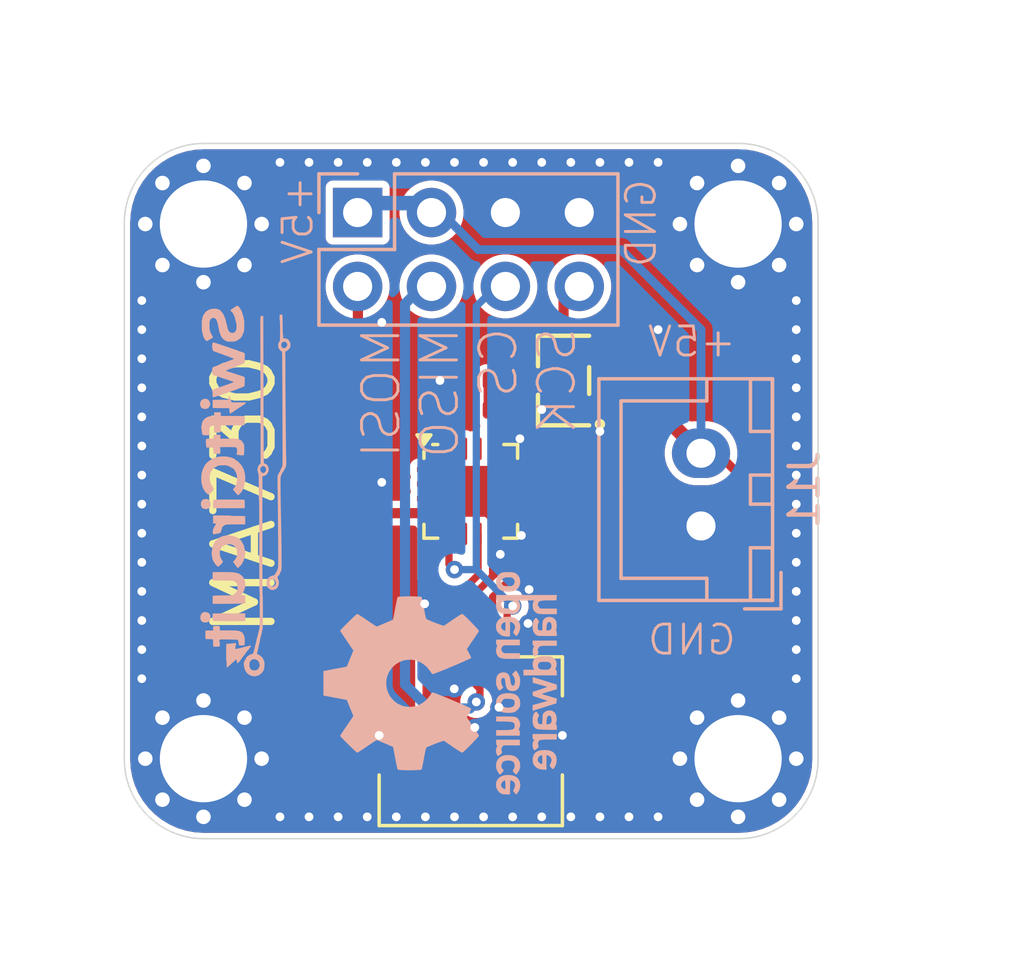
<source format=kicad_pcb>
(kicad_pcb (version 20241229) (generator "pcbnew") (generator_version "9.0")
  (layers (0 "F.Cu" signal) (4 "In1.Cu" signal) (6 "In2.Cu" signal) (2 "B.Cu" signal) (13 "F.Paste" user) (15 "B.Paste" user) (5 "F.SilkS" user "F.Silkscreen") (7 "B.SilkS" user "B.Silkscreen") (1 "F.Mask" user) (3 "B.Mask" user) (25 "Edge.Cuts" user))
  (net 0 "")
  (net 1 "GND")
  (net 2 "+5V")
  (net 3 "+3V3")
  (net 4 "MISO")
  (net 5 "SCK")
  (net 6 "MOSI")
  (net 7 "MAG_CS")
  (footprint "Connector_FFC-FPC:Hirose_FH12-6S-0.5SH_1x06-1MP_P0.50mm_Horizontal" (layer "F.Cu") (at 122.56 78.55)
    (property "Reference" "J6" (hide yes))
    (property "Value" "Conn_ENCODER_1")
    (pad "1" smd rect (at -1.25 -1.85) (size 0.3 1.3) (layers "F.Cu" "F.Mask" "F.Paste") (net 2 "+5V"))
    (pad "2" smd rect (at -0.75 -1.85) (size 0.3 1.3) (layers "F.Cu" "F.Mask" "F.Paste") (net 6 "MOSI"))
    (pad "3" smd rect (at -0.25 -1.85) (size 0.3 1.3) (layers "F.Cu" "F.Mask" "F.Paste") (net 4 "MISO"))
    (pad "4" smd rect (at 0.25 -1.85) (size 0.3 1.3) (layers "F.Cu" "F.Mask" "F.Paste") (net 1 "GND"))
    (pad "5" smd rect (at 0.75 -1.85) (size 0.3 1.3) (layers "F.Cu" "F.Mask" "F.Paste") (net 5 "SCK"))
    (pad "6" smd rect (at 1.25 -1.85) (size 0.3 1.3) (layers "F.Cu" "F.Mask" "F.Paste") (net 7 "MAG_CS"))
    (pad "MP" smd rect (at -3.15 1.4) (size 1.8 2.2) (layers "F.Cu" "F.Mask" "F.Paste") (net 1 "GND"))
    (pad "MP" smd rect (at 3.15 1.4) (size 1.8 2.2) (layers "F.Cu" "F.Mask" "F.Paste") (net 1 "GND"))
  )
  (footprint "PCM_JLCPCB:Hole, 3mm" (layer "F.Cu") (at 113.37 80.75)
    (property "Reference" "H4" (hide yes))
    (property "Value" "~" (hide yes))
    (pad "1" thru_hole circle (at -2 0 90) (size 0.6 0.6) (drill 0.5) (layers "*.Cu" "*.Mask") (net 1 "GND"))
    (pad "1" thru_hole circle (at -1.41 -1.41 135) (size 0.6 0.6) (drill 0.5) (layers "*.Cu" "*.Mask") (net 1 "GND"))
    (pad "1" thru_hole circle (at -1.41 1.41 225) (size 0.6 0.6) (drill 0.5) (layers "*.Cu" "*.Mask") (net 1 "GND"))
    (pad "1" thru_hole circle (at 0 -2 225) (size 0.6 0.6) (drill 0.5) (layers "*.Cu" "*.Mask") (net 1 "GND"))
    (pad "1" thru_hole circle (at 0 0 90) (size 5 5) (drill 3) (layers "*.Cu" "*.Mask") (net 1 "GND"))
    (pad "1" thru_hole circle (at 0 2 90) (size 0.6 0.6) (drill 0.5) (layers "*.Cu" "*.Mask") (net 1 "GND"))
    (pad "1" thru_hole circle (at 1.41 -1.41 180) (size 0.6 0.6) (drill 0.5) (layers "*.Cu" "*.Mask") (net 1 "GND"))
    (pad "1" thru_hole circle (at 1.41 1.41 90) (size 0.6 0.6) (drill 0.5) (layers "*.Cu" "*.Mask") (net 1 "GND"))
    (pad "1" thru_hole circle (at 2 0 90) (size 0.6 0.6) (drill 0.5) (layers "*.Cu" "*.Mask") (net 1 "GND"))
  )
  (footprint "PCM_JLCPCB:C_0402" (layer "F.Cu") (at 122.75 67.750002 180)
    (property "Reference" "C3" (hide yes))
    (property "Value" "1uF")
    (pad "1" smd roundrect (at -0.5 -0.000002 180) (size 0.56 0.62) (layers "F.Cu" "F.Mask" "F.Paste") (net 3 "+3V3"))
    (pad "2" smd roundrect (at 0.5 0.000002 180) (size 0.56 0.62) (layers "F.Cu" "F.Mask" "F.Paste") (net 1 "GND"))
  )
  (footprint "PCM_JLCPCB:SOT-23-3_L2.9-W1.6-P1.90-LS2.8-BR" (layer "F.Cu") (at 125.75 67.75)
    (property "Reference" "U2" (hide yes))
    (property "Value" "XC6206P332MR")
    (pad "1" smd roundrect (at 1.24 0.95) (size 1.07 0.6) (layers "F.Cu" "F.Mask" "F.Paste") (net 1 "GND"))
    (pad "2" smd roundrect (at 1.24 -0.95) (size 1.07 0.6) (layers "F.Cu" "F.Mask" "F.Paste") (net 2 "+5V"))
    (pad "3" smd roundrect (at -1.24 0) (size 1.07 0.6) (layers "F.Cu" "F.Mask" "F.Paste") (net 3 "+3V3"))
  )
  (footprint "Package_DFN_QFN:QFN-16-1EP_3x3mm_P0.5mm_EP1.75x1.75mm" (layer "F.Cu") (at 122.56 71.56)
    (property "Reference" "U1" (hide yes))
    (property "Value" "MA730")
    (pad "1" smd roundrect (at -1.4625 -0.75) (size 0.775 0.25) (layers "F.Cu" "F.Mask" "F.Paste"))
    (pad "2" smd roundrect (at -1.4625 -0.25) (size 0.775 0.25) (layers "F.Cu" "F.Mask" "F.Paste"))
    (pad "3" smd roundrect (at -1.4625 0.25) (size 0.775 0.25) (layers "F.Cu" "F.Mask" "F.Paste"))
    (pad "4" smd roundrect (at -1.4625 0.75) (size 0.775 0.25) (layers "F.Cu" "F.Mask" "F.Paste") (net 6 "MOSI"))
    (pad "5" smd roundrect (at -0.75 1.4625) (size 0.25 0.775) (layers "F.Cu" "F.Mask" "F.Paste") (net 7 "MAG_CS"))
    (pad "6" smd roundrect (at -0.25 1.4625) (size 0.25 0.775) (layers "F.Cu" "F.Mask" "F.Paste"))
    (pad "7" smd roundrect (at 0.25 1.4625) (size 0.25 0.775) (layers "F.Cu" "F.Mask" "F.Paste") (net 4 "MISO"))
    (pad "8" smd roundrect (at 0.75 1.4625) (size 0.25 0.775) (layers "F.Cu" "F.Mask" "F.Paste") (net 1 "GND"))
    (pad "9" smd roundrect (at 1.4625 0.75) (size 0.775 0.25) (layers "F.Cu" "F.Mask" "F.Paste"))
    (pad "10" smd roundrect (at 1.4625 0.25) (size 0.775 0.25) (layers "F.Cu" "F.Mask" "F.Paste") (net 1 "GND"))
    (pad "11" smd roundrect (at 1.4625 -0.25) (size 0.775 0.25) (layers "F.Cu" "F.Mask" "F.Paste"))
    (pad "12" smd roundrect (at 1.4625 -0.75) (size 0.775 0.25) (layers "F.Cu" "F.Mask" "F.Paste") (net 5 "SCK"))
    (pad "13" smd roundrect (at 0.75 -1.4625) (size 0.25 0.775) (layers "F.Cu" "F.Mask" "F.Paste") (net 3 "+3V3"))
    (pad "14" smd roundrect (at 0.25 -1.4625) (size 0.25 0.775) (layers "F.Cu" "F.Mask" "F.Paste"))
    (pad "15" smd roundrect (at -0.25 -1.4625) (size 0.25 0.775) (layers "F.Cu" "F.Mask" "F.Paste"))
    (pad "16" smd roundrect (at -0.75 -1.4625) (size 0.25 0.775) (layers "F.Cu" "F.Mask" "F.Paste"))
    (pad "17" smd rect (at 0 0) (size 1.75 1.75) (property pad_prop_heatsink) (layers "F.Cu" "F.Mask") (net 1 "GND"))
  )
  (footprint "PCM_JLCPCB:Hole, 3mm" (layer "F.Cu") (at 113.37 62.37)
    (property "Reference" "H3" (hide yes))
    (property "Value" "~" (hide yes))
    (pad "1" thru_hole circle (at -2 0 90) (size 0.6 0.6) (drill 0.5) (layers "*.Cu" "*.Mask") (net 1 "GND"))
    (pad "1" thru_hole circle (at -1.41 -1.41 135) (size 0.6 0.6) (drill 0.5) (layers "*.Cu" "*.Mask") (net 1 "GND"))
    (pad "1" thru_hole circle (at -1.41 1.41 225) (size 0.6 0.6) (drill 0.5) (layers "*.Cu" "*.Mask") (net 1 "GND"))
    (pad "1" thru_hole circle (at 0 -2 225) (size 0.6 0.6) (drill 0.5) (layers "*.Cu" "*.Mask") (net 1 "GND"))
    (pad "1" thru_hole circle (at 0 0 90) (size 5 5) (drill 3) (layers "*.Cu" "*.Mask") (net 1 "GND"))
    (pad "1" thru_hole circle (at 0 2 90) (size 0.6 0.6) (drill 0.5) (layers "*.Cu" "*.Mask") (net 1 "GND"))
    (pad "1" thru_hole circle (at 1.41 -1.41 180) (size 0.6 0.6) (drill 0.5) (layers "*.Cu" "*.Mask") (net 1 "GND"))
    (pad "1" thru_hole circle (at 1.41 1.41 90) (size 0.6 0.6) (drill 0.5) (layers "*.Cu" "*.Mask") (net 1 "GND"))
    (pad "1" thru_hole circle (at 2 0 90) (size 0.6 0.6) (drill 0.5) (layers "*.Cu" "*.Mask") (net 1 "GND"))
  )
  (footprint "PCM_JLCPCB:C_0402" (layer "F.Cu") (at 123.75 68.75)
    (property "Reference" "C1" (hide yes))
    (property "Value" "1uF")
    (pad "1" smd roundrect (at -0.5 0) (size 0.56 0.62) (layers "F.Cu" "F.Mask" "F.Paste") (net 3 "+3V3"))
    (pad "2" smd roundrect (at 0.5 0) (size 0.56 0.62) (layers "F.Cu" "F.Mask" "F.Paste") (net 1 "GND"))
  )
  (footprint "PCM_JLCPCB:C_0402" (layer "F.Cu") (at 128.5 66.75)
    (property "Reference" "C2" (hide yes))
    (property "Value" "1uF")
    (pad "1" smd roundrect (at -0.5 0) (size 0.56 0.62) (layers "F.Cu" "F.Mask" "F.Paste") (net 2 "+5V"))
    (pad "2" smd roundrect (at 0.5 0) (size 0.56 0.62) (layers "F.Cu" "F.Mask" "F.Paste") (net 1 "GND"))
  )
  (footprint "PCM_JLCPCB:Hole, 3mm" (layer "F.Cu") (at 131.75 80.75)
    (property "Reference" "H2" (hide yes))
    (property "Value" "~" (hide yes))
    (pad "1" thru_hole circle (at -2 0 90) (size 0.6 0.6) (drill 0.5) (layers "*.Cu" "*.Mask") (net 1 "GND"))
    (pad "1" thru_hole circle (at -1.41 -1.41 135) (size 0.6 0.6) (drill 0.5) (layers "*.Cu" "*.Mask") (net 1 "GND"))
    (pad "1" thru_hole circle (at -1.41 1.41 225) (size 0.6 0.6) (drill 0.5) (layers "*.Cu" "*.Mask") (net 1 "GND"))
    (pad "1" thru_hole circle (at 0 -2 225) (size 0.6 0.6) (drill 0.5) (layers "*.Cu" "*.Mask") (net 1 "GND"))
    (pad "1" thru_hole circle (at 0 0 90) (size 5 5) (drill 3) (layers "*.Cu" "*.Mask") (net 1 "GND"))
    (pad "1" thru_hole circle (at 0 2 90) (size 0.6 0.6) (drill 0.5) (layers "*.Cu" "*.Mask") (net 1 "GND"))
    (pad "1" thru_hole circle (at 1.41 -1.41 180) (size 0.6 0.6) (drill 0.5) (layers "*.Cu" "*.Mask") (net 1 "GND"))
    (pad "1" thru_hole circle (at 1.41 1.41 90) (size 0.6 0.6) (drill 0.5) (layers "*.Cu" "*.Mask") (net 1 "GND"))
    (pad "1" thru_hole circle (at 2 0 90) (size 0.6 0.6) (drill 0.5) (layers "*.Cu" "*.Mask") (net 1 "GND"))
  )
  (footprint "PCM_JLCPCB:Hole, 3mm" (layer "F.Cu") (at 131.75 62.37)
    (property "Reference" "H1" (hide yes))
    (property "Value" "~" (hide yes))
    (pad "1" thru_hole circle (at -2 0 90) (size 0.6 0.6) (drill 0.5) (layers "*.Cu" "*.Mask") (net 1 "GND"))
    (pad "1" thru_hole circle (at -1.41 -1.41 135) (size 0.6 0.6) (drill 0.5) (layers "*.Cu" "*.Mask") (net 1 "GND"))
    (pad "1" thru_hole circle (at -1.41 1.41 225) (size 0.6 0.6) (drill 0.5) (layers "*.Cu" "*.Mask") (net 1 "GND"))
    (pad "1" thru_hole circle (at 0 -2 225) (size 0.6 0.6) (drill 0.5) (layers "*.Cu" "*.Mask") (net 1 "GND"))
    (pad "1" thru_hole circle (at 0 0 90) (size 5 5) (drill 3) (layers "*.Cu" "*.Mask") (net 1 "GND"))
    (pad "1" thru_hole circle (at 0 2 90) (size 0.6 0.6) (drill 0.5) (layers "*.Cu" "*.Mask") (net 1 "GND"))
    (pad "1" thru_hole circle (at 1.41 -1.41 180) (size 0.6 0.6) (drill 0.5) (layers "*.Cu" "*.Mask") (net 1 "GND"))
    (pad "1" thru_hole circle (at 1.41 1.41 90) (size 0.6 0.6) (drill 0.5) (layers "*.Cu" "*.Mask") (net 1 "GND"))
    (pad "1" thru_hole circle (at 2 0 90) (size 0.6 0.6) (drill 0.5) (layers "*.Cu" "*.Mask") (net 1 "GND"))
  )
  (footprint "Connector_JST:JST_XH_B2B-XH-A_1x02_P2.50mm_Vertical" (layer "B.Cu") (at 130.475 72.75 90)
    (property "Reference" "J11" (at 1.249999 3.550001 90) (layer "B.SilkS") (effects (justify mirror)))
    (property "Value" "5V_In")
    (pad "1" thru_hole roundrect (at 0 0 90) (size 1.7 2) (drill 1) (layers "*.Cu" "*.Mask") (roundrect_rratio 0.147059) (net 1 "GND"))
    (pad "2" thru_hole oval (at 2.5 -0.000001 90) (size 1.7 2) (drill 1) (layers "*.Cu" "*.Mask") (net 2 "+5V"))
  )
  (footprint "SwiftModules:SwiftCircuitLogo_Silk_25mm" (layer "B.Cu") (at 114.55 71.6 -90)
    (property "Reference" "G***" (hide yes))
    (property "Value" "LOGO" (hide yes))
  )
  (footprint "Symbol:OSHW-Logo_7.5x8mm_SilkScreen" (layer "B.Cu") (at 121.5 78.15 -90)
    (property "Reference" "REF**" (hide yes))
    (property "Value" "OSHW-Logo_7.5x8mm_SilkScreen" (hide yes))
  )
  (footprint "Connector_PinHeader_2.54mm:PinHeader_2x04_P2.54mm_Vertical" (layer "B.Cu") (at 118.670002 61.975001 -90)
    (property "Reference" "J1" (hide yes))
    (property "Value" "Conn_02x04_Odd_Even")
    (pad "1" thru_hole rect (at 0 0 270) (size 1.7 1.7) (drill 1) (layers "*.Cu" "*.Mask") (net 2 "+5V"))
    (pad "2" thru_hole oval (at 2.540001 -0.000001 270) (size 1.7 1.7) (drill 1) (layers "*.Cu" "*.Mask") (net 6 "MOSI"))
    (pad "3" thru_hole oval (at -0.000001 -2.540001 270) (size 1.7 1.7) (drill 1) (layers "*.Cu" "*.Mask") (net 2 "+5V"))
    (pad "4" thru_hole oval (at 2.54 -2.54 270) (size 1.7 1.7) (drill 1) (layers "*.Cu" "*.Mask") (net 4 "MISO"))
    (pad "5" thru_hole oval (at 0 -5.08 270) (size 1.7 1.7) (drill 1) (layers "*.Cu" "*.Mask") (net 1 "GND"))
    (pad "6" thru_hole oval (at 2.54 -5.079998 270) (size 1.7 1.7) (drill 1) (layers "*.Cu" "*.Mask") (net 7 "MAG_CS"))
    (pad "7" thru_hole oval (at 0 -7.62 270) (size 1.7 1.7) (drill 1) (layers "*.Cu" "*.Mask") (net 1 "GND"))
    (pad "8" thru_hole oval (at 2.54 -7.62 270) (size 1.7 1.7) (drill 1) (layers "*.Cu" "*.Mask") (net 5 "SCK"))
  )
  (gr_arc (start 110.65 62.325) (mid 111.448134 60.398134) (end 113.375 59.6) (stroke (width 0.05)) (layer "Edge.Cuts"))
  (gr_line (start 110.65 80.775) (end 110.65 62.325) (stroke (width 0.05)) (layer "Edge.Cuts"))
  (gr_line (start 113.375 83.5) (end 131.75 83.5) (stroke (width 0.05)) (layer "Edge.Cuts"))
  (gr_arc (start 131.750001 59.600115) (mid 133.693007 60.389316) (end 134.5 62.325) (stroke (width 0.05)) (layer "Edge.Cuts"))
  (gr_line (start 113.375 59.6) (end 131.75 59.6) (stroke (width 0.05)) (layer "Edge.Cuts"))
  (gr_arc (start 134.5 80.775) (mid 133.693007 82.710684) (end 131.750001 83.499885) (stroke (width 0.05)) (layer "Edge.Cuts"))
  (gr_arc (start 113.375 83.5) (mid 111.448134 82.701866) (end 110.65 80.775) (stroke (width 0.05)) (layer "Edge.Cuts"))
  (gr_line (start 134.5 62.325) (end 134.5 80.775) (stroke (width 0.05)) (layer "Edge.Cuts"))
  (gr_text "MA730" (at 115.95 71.65 90) (layer "F.SilkS") (effects (font (size 2 2) (thickness 0.25)) (justify bottom)))
  (gr_text "\nMOSI\nMISO\nCS\nSCK\n" (at 126.25 65.845001 90) (layer "B.SilkS") (effects (font (size 1.25 1.25) (thickness 0.1)) (justify left bottom mirror)))
  (gr_text "GND" (at 131.75 77.25 0) (layer "B.SilkS") (effects (font (size 1 1) (thickness 0.1)) (justify left bottom mirror)))
  (gr_text "+5V" (at 131.75 67 0) (layer "B.SilkS") (effects (font (size 1 1) (thickness 0.1)) (justify left bottom mirror)))
  (gr_text "GND" (at 129 60.75 90) (layer "B.SilkS") (effects (font (size 1 1) (thickness 0.1)) (justify left bottom mirror)))
  (gr_text "+5V" (at 117.2 60.645001 90) (layer "B.SilkS") (effects (font (size 1 1) (thickness 0.1)) (justify left bottom mirror)))
  (segment (start 124.95 72.025) (end 124.95 72.5) (width 0.25) (layer "F.Cu") (net 1))
  (segment (start 122.81 76.7) (end 122.81 74.974572) (width 0.25) (layer "F.Cu") (net 1))
  (segment (start 122.81 76.7) (end 122.81 77.652) (width 0.25) (layer "F.Cu") (net 1))
  (segment (start 124.9 71.975) (end 124.95 72.025) (width 0.25) (layer "F.Cu") (net 1))
  (segment (start 125.108 79.95) (end 125.71 79.95) (width 0.25) (layer "F.Cu") (net 1))
  (segment (start 122.81 77.652) (end 125.108 79.95) (width 0.25) (layer "F.Cu") (net 1))
  (segment (start 122.81 74.974572) (end 123.625 74.159572) (width 0.25) (layer "F.Cu") (net 1))
  (segment (start 124.735 71.81) (end 124.9 71.975) (width 0.25) (layer "F.Cu") (net 1))
  (segment (start 124.0225 71.81) (end 124.735 71.81) (width 0.25) (layer "F.Cu") (net 1))
  (via (at 125 82.75) (size 0.6) (drill 0.3) (layers "F.Cu" "B.Cu") (net 1))
  (via (at 133.749999 76) (size 0.6) (drill 0.3) (layers "F.Cu" "B.Cu") (net 1))
  (via (at 129 66) (size 0.6) (drill 0.3) (layers "F.Cu" "B.Cu") (net 1))
  (via (at 126 82.75) (size 0.6) (drill 0.3) (layers "F.Cu" "B.Cu") (net 1))
  (via (at 122.698922 79.677209) (size 0.6) (drill 0.3) (layers "F.Cu" "B.Cu") (net 1))
  (via (at 124.25 69.75) (size 0.6) (drill 0.3) (layers "F.Cu" "B.Cu") (net 1))
  (via (at 116 82.75) (size 0.6) (drill 0.3) (layers "F.Cu" "B.Cu") (net 1))
  (via (at 118 82.75) (size 0.6) (drill 0.3) (layers "F.Cu" "B.Cu") (net 1))
  (via (at 124.527821 76.101173) (size 0.6) (drill 0.3) (layers "F.Cu" "B.Cu") (net 1))
  (via (at 124 60.25) (size 0.6) (drill 0.3) (layers "F.Cu" "B.Cu") (net 1))
  (via (at 129 82.75) (size 0.6) (drill 0.3) (layers "F.Cu" "B.Cu") (net 1))
  (via (at 111.250001 77) (size 0.6) (drill 0.3) (layers "F.Cu" "B.Cu") (net 1))
  (via (at 111.249999 75.999999) (size 0.6) (drill 0.3) (layers "F.Cu" "B.Cu") (net 1))
  (via (at 133.75 72) (size 0.6) (drill 0.3) (layers "F.Cu" "B.Cu") (net 1))
  (via (at 111.25 72.999999) (size 0.6) (drill 0.3) (layers "F.Cu" "B.Cu") (net 1))
  (via (at 127 82.75) (size 0.6) (drill 0.3) (layers "F.Cu" "B.Cu") (net 1))
  (via (at 123.575 73.725) (size 0.6) (drill 0.3) (layers "F.Cu" "B.Cu") (net 1))
  (via (at 133.75 71) (size 0.6) (drill 0.3) (layers "F.Cu" "B.Cu") (net 1))
  (via (at 123.528481 78.984309) (size 0.6) (drill 0.3) (layers "F.Cu" "B.Cu") (net 1))
  (via (at 111.25 69) (size 0.6) (drill 0.3) (layers "F.Cu" "B.Cu") (net 1))
  (via (at 111.249999 70.999999) (size 0.6) (drill 0.3) (layers "F.Cu" "B.Cu") (net 1))
  (via (at 111.249999 69.999999) (size 0.6) (drill 0.3) (layers "F.Cu" "B.Cu") (net 1))
  (via (at 111.25 74.000001) (size 0.6) (drill 0.3) (layers "F.Cu" "B.Cu") (net 1))
  (via (at 129 60.25) (size 0.6) (drill 0.3) (layers "F.Cu" "B.Cu") (net 1))
  (via (at 133.75 65) (size 0.6) (drill 0.3) (layers "F.Cu" "B.Cu") (net 1))
  (via (at 119 82.75) (size 0.6) (drill 0.3) (layers "F.Cu" "B.Cu") (net 1))
  (via (at 119.5 71.25) (size 0.6) (drill 0.3) (layers "F.Cu" "B.Cu") (net 1))
  (via (at 120 60.25) (size 0.6) (drill 0.3) (layers "F.Cu" "B.Cu") (net 1))
  (via (at 124.3 73.075) (size 0.6) (drill 0.3) (layers "F.Cu" "B.Cu") (net 1))
  (via (at 111.25 78.000001) (size 0.6) (drill 0.3) (layers "F.Cu" "B.Cu") (net 1))
  (via (at 111.249999 75) (size 0.6) (drill 0.3) (layers "F.Cu" "B.Cu") (net 1))
  (via (at 133.75 69) (size 0.6) (drill 0.3) (layers "F.Cu" "B.Cu") (net 1))
  (via (at 111.25 66) (size 0.6) (drill 0.3) (layers "F.Cu" "B.Cu") (net 1))
  (via (at 121.991117 78.350001) (size 0.6) (drill 0.3) (layers "F.Cu" "B.Cu") (net 1))
  (via (at 121.5 67.75) (size 0.6) (drill 0.3) (layers "F.Cu" "B.Cu") (net 1))
  (via (at 128 82.75) (size 0.6) (drill 0.3) (layers "F.Cu" "B.Cu") (net 1))
  (via (at 120 82.75) (size 0.6) (drill 0.3) (layers "F.Cu" "B.Cu") (net 1))
  (via (at 133.75 70) (size 0.6) (drill 0.3) (layers "F.Cu" "B.Cu") (net 1))
  (via (at 124 82.75) (size 0.6) (drill 0.3) (layers "F.Cu" "B.Cu") (net 1))
  (via (at 119.5 65.75) (size 0.6) (drill 0.3) (layers "F.Cu" "B.Cu") (net 1))
  (via (at 133.75 74) (size 0.6) (drill 0.3) (layers "F.Cu" "B.Cu") (net 1))
  (via (at 122 82.75) (size 0.6) (drill 0.3) (layers "F.Cu" "B.Cu") (net 1))
  (via (at 123 60.25) (size 0.6) (drill 0.3) (layers "F.Cu" "B.Cu") (net 1))
  (via (at 133.75 66) (size 0.6) (drill 0.3) (layers "F.Cu" "B.Cu") (net 1))
  (via (at 123 82.75) (size 0.6) (drill 0.3) (layers "F.Cu" "B.Cu") (net 1))
  (via (at 125 60.25) (size 0.6) (drill 0.3) (layers "F.Cu" "B.Cu") (net 1))
  (via (at 121 60.25) (size 0.6) (drill 0.3) (layers "F.Cu" "B.Cu") (net 1))
  (via (at 127 69.5) (size 0.6) (drill 0.3) (layers "F.Cu" "B.Cu") (net 1))
  (via (at 122 60.25) (size 0.6) (drill 0.3) (layers "F.Cu" "B.Cu") (net 1))
  (via (at 125.71 79.95) (size 0.6) (drill 0.3) (layers "F.Cu" "B.Cu") (net 1))
  (via (at 124.565687 74.934313) (size 0.6) (drill 0.3) (layers "F.Cu" "B.Cu") (net 1))
  (via (at 111.249999 72.000001) (size 0.6) (drill 0.3) (layers "F.Cu" "B.Cu") (net 1))
  (via (at 119.41 79.95) (size 0.6) (drill 0.3) (layers "F.Cu" "B.Cu") (net 1))
  (via (at 127 60.25) (size 0.6) (drill 0.3) (layers "F.Cu" "B.Cu") (net 1))
  (via (at 133.75 67) (size 0.6) (drill 0.3) (layers "F.Cu" "B.Cu") (net 1))
  (via (at 133.749999 78) (size 0.6) (drill 0.3) (layers "F.Cu" "B.Cu") (net 1))
  (via (at 120.975 75.425) (size 0.6) (drill 0.3) (layers "F.Cu" "B.Cu") (net 1))
  (via (at 117 60.25) (size 0.6) (drill 0.3) (layers "F.Cu" "B.Cu") (net 1))
  (via (at 126 60.25) (size 0.6) (drill 0.3) (layers "F.Cu" "B.Cu") (net 1))
  (via (at 111.25 68) (size 0.6) (drill 0.3) (layers "F.Cu" "B.Cu") (net 1))
  (via (at 133.75 68) (size 0.6) (drill 0.3) (layers "F.Cu" "B.Cu") (net 1))
  (via (at 111.25 65) (size 0.6) (drill 0.3) (layers "F.Cu" "B.Cu") (net 1))
  (via (at 121 82.75) (size 0.6) (drill 0.3) (layers "F.Cu" "B.Cu") (net 1))
  (via (at 128 60.25) (size 0.6) (drill 0.3) (layers "F.Cu" "B.Cu") (net 1))
  (via (at 133.749999 75.000001) (size 0.6) (drill 0.3) (layers "F.Cu" "B.Cu") (net 1))
  (via (at 117 82.75) (size 0.6) (drill 0.3) (layers "F.Cu" "B.Cu") (net 1))
  (via (at 125 68.75) (size 0.6) (drill 0.3) (layers "F.Cu" "B.Cu") (net 1))
  (via (at 133.749999 76.999999) (size 0.6) (drill 0.3) (layers "F.Cu" "B.Cu") (net 1))
  (via (at 111.25 67) (size 0.6) (drill 0.3) (layers "F.Cu" "B.Cu") (net 1))
  (via (at 116 60.25) (size 0.6) (drill 0.3) (layers "F.Cu" "B.Cu") (net 1))
  (via (at 118 60.25) (size 0.6) (drill 0.3) (layers "F.Cu" "B.Cu") (net 1))
  (via (at 119 60.25) (size 0.6) (drill 0.3) (layers "F.Cu" "B.Cu") (net 1))
  (via (at 133.750001 73.000001) (size 0.6) (drill 0.3) (layers "F.Cu" "B.Cu") (net 1))
  (segment (start 128 67.775001) (end 130.474999 70.25) (width 0.5) (layer "F.Cu") (net 2))
  (segment (start 127.04 66.75) (end 126.99 66.8) (width 0.5) (layer "F.Cu") (net 2))
  (segment (start 121.05 76.96) (end 121.05 79.9) (width 0.3) (layer "F.Cu") (net 2))
  (segment (start 131.75 75.55) (end 132.75 74.55) (width 0.3) (layer "F.Cu") (net 2))
  (segment (start 121.31 76.7) (end 121.05 76.96) (width 0.3) (layer "F.Cu") (net 2))
  (segment (start 128.1 81) (end 128.1 77.35) (width 0.3) (layer "F.Cu") (net 2))
  (segment (start 123.05 81.9) (end 127.2 81.9) (width 0.3) (layer "F.Cu") (net 2))
  (segment (start 132.75 74.55) (end 132.75 71.95) (width 0.3) (layer "F.Cu") (net 2))
  (segment (start 127.2 81.9) (end 128.1 81) (width 0.3) (layer "F.Cu") (net 2))
  (segment (start 129.9 75.55) (end 131.75 75.55) (width 0.3) (layer "F.Cu") (net 2))
  (segment (start 128.1 77.35) (end 129.9 75.55) (width 0.3) (layer "F.Cu") (net 2))
  (segment (start 128 66.75) (end 127.04 66.75) (width 0.5) (layer "F.Cu") (net 2))
  (segment (start 121.05 79.9) (end 123.05 81.9) (width 0.3) (layer "F.Cu") (net 2))
  (segment (start 128 66.75) (end 128 67.775001) (width 0.5) (layer "F.Cu") (net 2))
  (segment (start 132.75 71.95) (end 131.05 70.25) (width 0.3) (layer "F.Cu") (net 2))
  (segment (start 131.05 70.25) (end 130.474999 70.25) (width 0.3) (layer "F.Cu") (net 2))
  (segment (start 118.680001 61.649999) (end 121.22 61.65) (width 0.5) (layer "B.Cu") (net 2))
  (segment (start 130.474999 65.999999) (end 127.725 63.25) (width 0.3) (layer "B.Cu") (net 2))
  (segment (start 127.725 63.25) (end 122.82 63.25) (width 0.3) (layer "B.Cu") (net 2))
  (segment (start 122.82 63.25) (end 121.22 61.65) (width 0.3) (layer "B.Cu") (net 2))
  (segment (start 130.474999 70.25) (end 130.474999 65.999999) (width 0.3) (layer "B.Cu") (net 2))
  (segment (start 123.386 68.886) (end 123.386 70.0975) (width 0.5) (layer "F.Cu") (net 3))
  (segment (start 124.51 67.75) (end 123.250004 67.75) (width 0.5) (layer "F.Cu") (net 3))
  (segment (start 123.25 67.750004) (end 123.25 68.75) (width 0.5) (layer "F.Cu") (net 3))
  (segment (start 123.250004 67.75) (end 123.25 67.750004) (width 0.5) (layer "F.Cu") (net 3))
  (segment (start 123.25 68.75) (end 123.386 68.886) (width 0.5) (layer "F.Cu") (net 3))
  (segment (start 122.31 77.785) (end 122.31 76.7) (width 0.25) (layer "F.Cu") (net 4))
  (segment (start 122.31 76.7) (end 122.31 74.94) (width 0.25) (layer "F.Cu") (net 4))
  (segment (start 122.75 78.8) (end 122.875 78.675) (width 0.25) (layer "F.Cu") (net 4))
  (segment (start 122.875 78.675) (end 122.875 78.35) (width 0.25) (layer "F.Cu") (net 4))
  (segment (start 122.31 74.94) (end 122.81 74.44) (width 0.25) (layer "F.Cu") (net 4))
  (segment (start 122.875 78.35) (end 122.31 77.785) (width 0.25) (layer "F.Cu") (net 4))
  (segment (start 122.81 74.44) (end 122.81 73.0225) (width 0.25) (layer "F.Cu") (net 4))
  (via (at 122.75 78.8) (size 0.6) (drill 0.3) (layers "F.Cu" "B.Cu") (net 4))
  (segment (start 120.299 78.199) (end 120.299 65.111002) (width 0.35) (layer "B.Cu") (net 4))
  (segment (start 122.75 78.8) (end 122.525 79.025) (width 0.35) (layer "B.Cu") (net 4))
  (segment (start 120.299 65.111002) (end 121.220001 64.190001) (width 0.35) (layer "B.Cu") (net 4))
  (segment (start 121.125 79.025) (end 120.299 78.199) (width 0.35) (layer "B.Cu") (net 4))
  (segment (start 122.525 79.025) (end 121.125 79.025) (width 0.35) (layer "B.Cu") (net 4))
  (segment (start 123.31 76.7) (end 123.31 75.19) (width 0.25) (layer "F.Cu") (net 5))
  (segment (start 125.25 71.25) (end 124.81 70.81) (width 0.25) (layer "F.Cu") (net 5))
  (segment (start 125.75 70.75) (end 125.25 71.25) (width 0.35) (layer "F.Cu") (net 5))
  (segment (start 124.81 70.81) (end 124.0225 70.81) (width 0.25) (layer "F.Cu") (net 5))
  (segment (start 125.5 71.5) (end 125.25 71.25) (width 0.25) (layer "F.Cu") (net 5))
  (segment (start 125.75 64.74) (end 125.75 70.75) (width 0.35) (layer "F.Cu") (net 5))
  (segment (start 123.31 75.19) (end 125.5 73) (width 0.25) (layer "F.Cu") (net 5))
  (segment (start 125.5 73) (end 125.5 71.5) (width 0.25) (layer "F.Cu") (net 5))
  (segment (start 126.3 64.19) (end 125.75 64.74) (width 0.35) (layer "F.Cu") (net 5))
  (segment (start 121.81 75.260577) (end 121.0975 74.548077) (width 0.25) (layer "F.Cu") (net 6))
  (segment (start 121.81 76.7) (end 121.81 75.260577) (width 0.25) (layer "F.Cu") (net 6))
  (segment (start 121.0975 74.548077) (end 121.0975 72.31) (width 0.25) (layer "F.Cu") (net 6))
  (segment (start 118.68 71.68) (end 119.31 72.31) (width 0.35) (layer "F.Cu") (net 6))
  (segment (start 118.68 64.19) (end 118.68 71.68) (width 0.35) (layer "F.Cu") (net 6))
  (segment (start 119.31 72.31) (end 121.0975 72.31) (width 0.35) (layer "F.Cu") (net 6))
  (segment (start 122 74.25) (end 121.81 74.06) (width 0.25) (layer "F.Cu") (net 7))
  (segment (start 123.81 75.69) (end 124 75.5) (width 0.25) (layer "F.Cu") (net 7))
  (segment (start 123.81 76.7) (end 123.81 75.69) (width 0.25) (layer "F.Cu") (net 7))
  (segment (start 121.81 74.06) (end 121.81 73.0225) (width 0.25) (layer "F.Cu") (net 7))
  (via (at 124 75.5) (size 0.6) (drill 0.3) (layers "F.Cu" "B.Cu") (net 7))
  (via (at 122 74.25) (size 0.6) (drill 0.3) (layers "F.Cu" "B.Cu") (net 7))
  (segment (start 122.75 65.2) (end 123.76 64.19) (width 0.25) (layer "B.Cu") (net 7))
  (segment (start 124 75.5) (end 122.75 74.25) (width 0.25) (layer "B.Cu") (net 7))
  (segment (start 122.75 74.25) (end 122 74.25) (width 0.25) (layer "B.Cu") (net 7))
  (segment (start 122.75 74.25) (end 122.75 65.2) (width 0.25) (layer "B.Cu") (net 7))
  (zone (net 1) (net_name "GND") (layers "F.Cu" "B.Cu" "In1.Cu" "In2.Cu") (connect_pads yes (clearance 0.25)) (min_thickness 0.25) (fill yes (thermal_gap 0.5) (thermal_bridge_width 0.5) (island_removal_mode 2) (island_area_min 10))
    (polygon (pts (xy 108.725 86.625) (xy 106.375 57) (xy 136.575 55.5) (xy 141.6 87.475)))
  )
)
</source>
